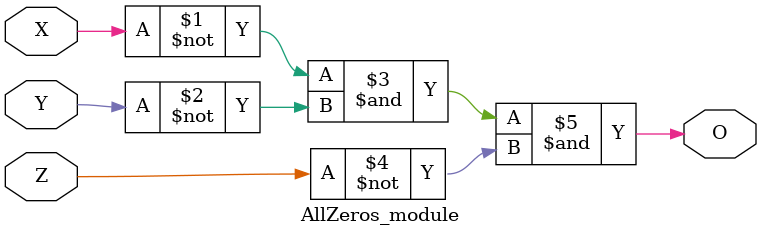
<source format=v>
`timescale 1ns / 1ps
module AllZeros_module(O,X,Y,Z);
input X,Y,Z;
output O;
assign O = ~X & ~Y & ~Z;
endmodule

</source>
